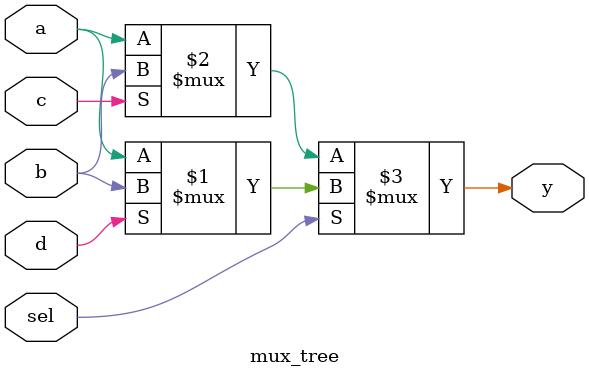
<source format=v>
module mux_tree(
    input wire sel,
    input wire a,
    input wire b,
    input wire c,
    input wire d,
    output wire y
);
    // Simplified multiplexer logic using conditional operator
    assign y = sel ? (d ? b : a) : (c ? b : a);
endmodule
</source>
